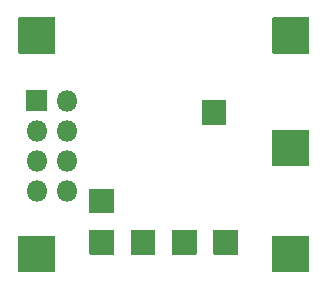
<source format=gbs>
G04 #@! TF.GenerationSoftware,KiCad,Pcbnew,(5.1.10)-1*
G04 #@! TF.CreationDate,2021-12-08T09:06:10-05:00*
G04 #@! TF.ProjectId,WS2812_Driver,57533238-3132-45f4-9472-697665722e6b,rev?*
G04 #@! TF.SameCoordinates,Original*
G04 #@! TF.FileFunction,Soldermask,Bot*
G04 #@! TF.FilePolarity,Negative*
%FSLAX46Y46*%
G04 Gerber Fmt 4.6, Leading zero omitted, Abs format (unit mm)*
G04 Created by KiCad (PCBNEW (5.1.10)-1) date 2021-12-08 09:06:10*
%MOMM*%
%LPD*%
G01*
G04 APERTURE LIST*
%ADD10O,1.800000X1.800000*%
G04 APERTURE END LIST*
G36*
G01*
X93630000Y-93970000D02*
X93630000Y-91970000D01*
G75*
G02*
X93680000Y-91920000I50000J0D01*
G01*
X95680000Y-91920000D01*
G75*
G02*
X95730000Y-91970000I0J-50000D01*
G01*
X95730000Y-93970000D01*
G75*
G02*
X95680000Y-94020000I-50000J0D01*
G01*
X93680000Y-94020000D01*
G75*
G02*
X93630000Y-93970000I0J50000D01*
G01*
G37*
G36*
G01*
X84130000Y-101470000D02*
X84130000Y-99470000D01*
G75*
G02*
X84180000Y-99420000I50000J0D01*
G01*
X86180000Y-99420000D01*
G75*
G02*
X86230000Y-99470000I0J-50000D01*
G01*
X86230000Y-101470000D01*
G75*
G02*
X86180000Y-101520000I-50000J0D01*
G01*
X84180000Y-101520000D01*
G75*
G02*
X84130000Y-101470000I0J50000D01*
G01*
G37*
D10*
X82220000Y-99590000D03*
X79680000Y-99590000D03*
X82220000Y-97050000D03*
X79680000Y-97050000D03*
X82220000Y-94510000D03*
X79680000Y-94510000D03*
X82220000Y-91970000D03*
G36*
G01*
X78780000Y-92820000D02*
X78780000Y-91120000D01*
G75*
G02*
X78830000Y-91070000I50000J0D01*
G01*
X80530000Y-91070000D01*
G75*
G02*
X80580000Y-91120000I0J-50000D01*
G01*
X80580000Y-92820000D01*
G75*
G02*
X80530000Y-92870000I-50000J0D01*
G01*
X78830000Y-92870000D01*
G75*
G02*
X78780000Y-92820000I0J50000D01*
G01*
G37*
G36*
G01*
X87630000Y-104970000D02*
X87630000Y-102970000D01*
G75*
G02*
X87680000Y-102920000I50000J0D01*
G01*
X89680000Y-102920000D01*
G75*
G02*
X89730000Y-102970000I0J-50000D01*
G01*
X89730000Y-104970000D01*
G75*
G02*
X89680000Y-105020000I-50000J0D01*
G01*
X87680000Y-105020000D01*
G75*
G02*
X87630000Y-104970000I0J50000D01*
G01*
G37*
G36*
G01*
X84130000Y-104970000D02*
X84130000Y-102970000D01*
G75*
G02*
X84180000Y-102920000I50000J0D01*
G01*
X86180000Y-102920000D01*
G75*
G02*
X86230000Y-102970000I0J-50000D01*
G01*
X86230000Y-104970000D01*
G75*
G02*
X86180000Y-105020000I-50000J0D01*
G01*
X84180000Y-105020000D01*
G75*
G02*
X84130000Y-104970000I0J50000D01*
G01*
G37*
G36*
G01*
X94630000Y-104970000D02*
X94630000Y-102970000D01*
G75*
G02*
X94680000Y-102920000I50000J0D01*
G01*
X96680000Y-102920000D01*
G75*
G02*
X96730000Y-102970000I0J-50000D01*
G01*
X96730000Y-104970000D01*
G75*
G02*
X96680000Y-105020000I-50000J0D01*
G01*
X94680000Y-105020000D01*
G75*
G02*
X94630000Y-104970000I0J50000D01*
G01*
G37*
G36*
G01*
X91130000Y-104970000D02*
X91130000Y-102970000D01*
G75*
G02*
X91180000Y-102920000I50000J0D01*
G01*
X93180000Y-102920000D01*
G75*
G02*
X93230000Y-102970000I0J-50000D01*
G01*
X93230000Y-104970000D01*
G75*
G02*
X93180000Y-105020000I-50000J0D01*
G01*
X91180000Y-105020000D01*
G75*
G02*
X91130000Y-104970000I0J50000D01*
G01*
G37*
G36*
G01*
X99630000Y-106470000D02*
X99630000Y-103470000D01*
G75*
G02*
X99680000Y-103420000I50000J0D01*
G01*
X102680000Y-103420000D01*
G75*
G02*
X102730000Y-103470000I0J-50000D01*
G01*
X102730000Y-106470000D01*
G75*
G02*
X102680000Y-106520000I-50000J0D01*
G01*
X99680000Y-106520000D01*
G75*
G02*
X99630000Y-106470000I0J50000D01*
G01*
G37*
G36*
G01*
X99630000Y-97470000D02*
X99630000Y-94470000D01*
G75*
G02*
X99680000Y-94420000I50000J0D01*
G01*
X102680000Y-94420000D01*
G75*
G02*
X102730000Y-94470000I0J-50000D01*
G01*
X102730000Y-97470000D01*
G75*
G02*
X102680000Y-97520000I-50000J0D01*
G01*
X99680000Y-97520000D01*
G75*
G02*
X99630000Y-97470000I0J50000D01*
G01*
G37*
G36*
G01*
X99630000Y-87970000D02*
X99630000Y-84970000D01*
G75*
G02*
X99680000Y-84920000I50000J0D01*
G01*
X102680000Y-84920000D01*
G75*
G02*
X102730000Y-84970000I0J-50000D01*
G01*
X102730000Y-87970000D01*
G75*
G02*
X102680000Y-88020000I-50000J0D01*
G01*
X99680000Y-88020000D01*
G75*
G02*
X99630000Y-87970000I0J50000D01*
G01*
G37*
G36*
G01*
X78130000Y-106470000D02*
X78130000Y-103470000D01*
G75*
G02*
X78180000Y-103420000I50000J0D01*
G01*
X81180000Y-103420000D01*
G75*
G02*
X81230000Y-103470000I0J-50000D01*
G01*
X81230000Y-106470000D01*
G75*
G02*
X81180000Y-106520000I-50000J0D01*
G01*
X78180000Y-106520000D01*
G75*
G02*
X78130000Y-106470000I0J50000D01*
G01*
G37*
G36*
G01*
X78130000Y-87970000D02*
X78130000Y-84970000D01*
G75*
G02*
X78180000Y-84920000I50000J0D01*
G01*
X81180000Y-84920000D01*
G75*
G02*
X81230000Y-84970000I0J-50000D01*
G01*
X81230000Y-87970000D01*
G75*
G02*
X81180000Y-88020000I-50000J0D01*
G01*
X78180000Y-88020000D01*
G75*
G02*
X78130000Y-87970000I0J50000D01*
G01*
G37*
M02*

</source>
